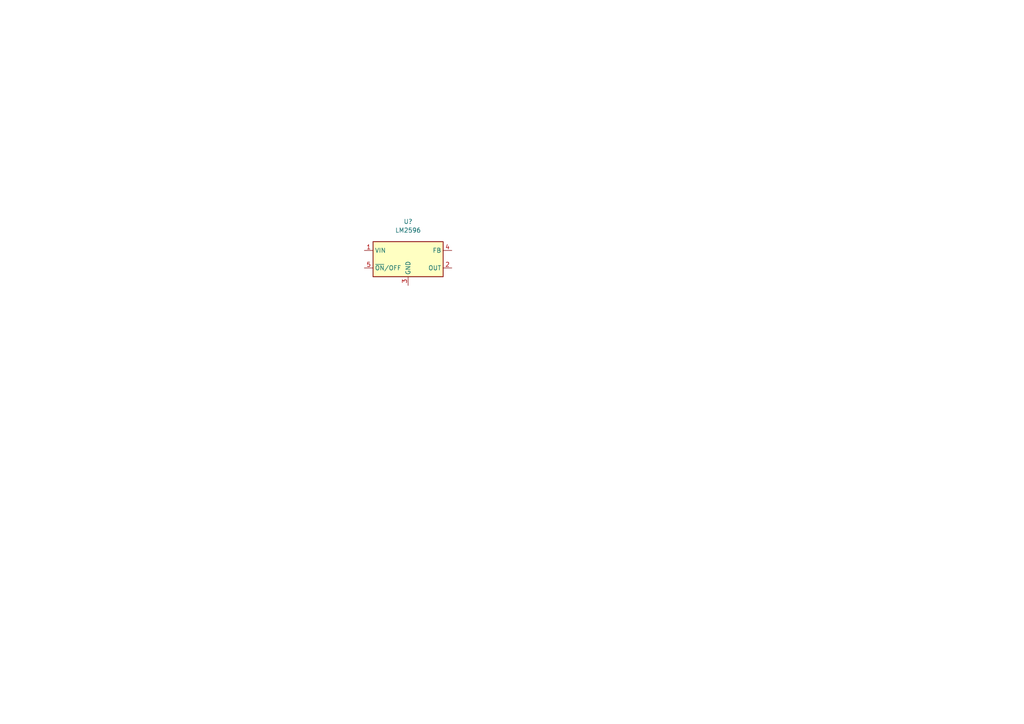
<source format=kicad_sch>
(kicad_sch (version 20211123) (generator eeschema)
  (paper "A4")
  (lib_symbols
    (symbol "buck_converter_lib:LM2596"
      (property "Reference" "U" (at 0 0 0))
      (property "Value" "LM2596" (at -6.35 6.35 0))
      (symbol "LM2596_0_1"
        (rectangle (start -10.16 5.08) (end 10.16 -5.08) (stroke (width 0.254)) (fill (type background)))
      )
      (symbol "LM2596_1_1"
        (pin power_in line (at -12.7 2.54 0) (length 2.54) (name "VIN") (number "1"))
        (pin output line (at 12.7 -2.54 180) (length 2.54) (name "OUT") (number "2"))
        (pin power_in line (at 0 -7.62 90) (length 2.54) (name "GND") (number "3"))
        (pin input line (at 12.7 2.54 180) (length 2.54) (name "FB") (number "4"))
        (pin input line (at -12.7 -2.54 0) (length 2.54) (name "~{ON}/OFF") (number "5"))
      )
    )
  )
  (symbol (lib_id "buck_converter_lib:LM2596") (at 118.364 75.184 0) (unit 1)
    (property "Reference" "U?" (at 118.364 64.262 0))
    (property "Value" "LM2596" (at 118.364 66.802 0))
    (property "Footprint" "Package_TO_SOT_SMD:TO-263-5_TabPin6" (effects hide))
  )
)
</source>
